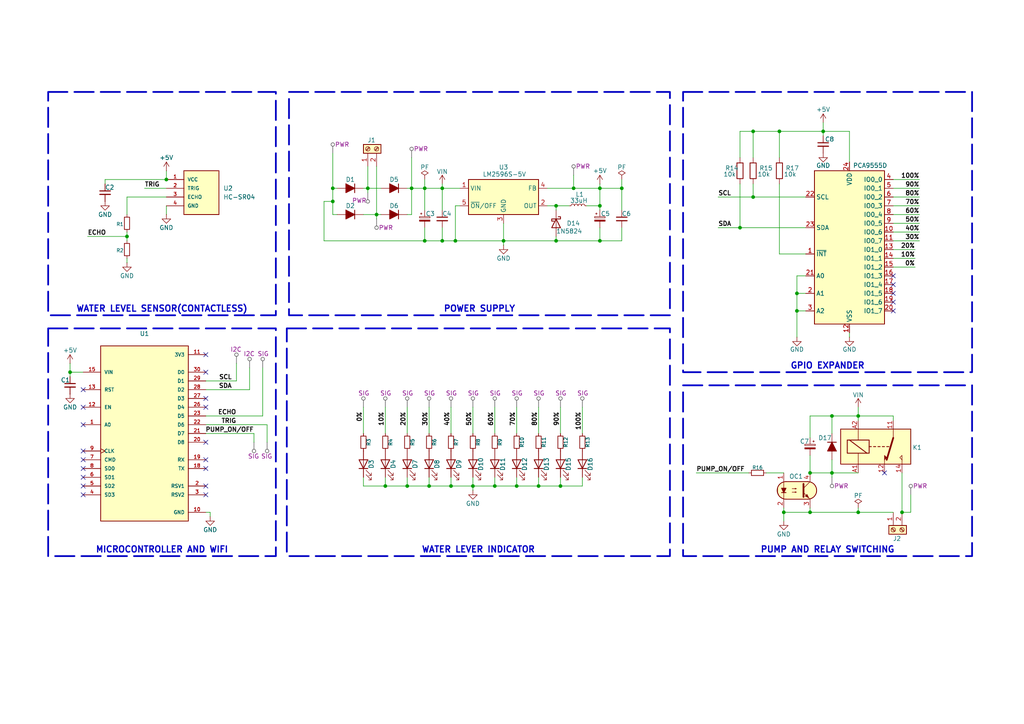
<source format=kicad_sch>
(kicad_sch (version 20250114) (generator "eeschema") (generator_version "9.0")
  (paper "A4")
  (lib_symbols
    (symbol "Device:C_Polarized_Small" (pin_numbers (hide yes)) (pin_names (offset 0.254) (hide yes))
      (property "Reference" "C" (at 0.254 1.778 0))
      (property "Value" "C_Polarized_Small" (at 0.254 -2.032 0))
      (symbol "C_Polarized_Small_1_1"
        (pin passive line (at 0 2.54 270) (length 1.8542) (name "~") (number "1"))
        (pin passive line (at 0 -2.54 90) (length 1.8542) (name "~") (number "2"))
      )
    )
    (symbol "Device:C_Small" (pin_numbers (hide yes)) (pin_names (offset 0.254) (hide yes))
      (property "Reference" "C" (at 0.254 1.778 0))
      (property "Value" "C_Small" (at 0.254 -2.032 0))
      (symbol "C_Small_1_1"
        (pin passive line (at 0 2.54 270) (length 2.032) (name "~") (number "1"))
        (pin passive line (at 0 -2.54 90) (length 2.032) (name "~") (number "2"))
      )
    )
    (symbol "Device:LED" (pin_numbers (hide yes)) (pin_names (offset 1.016) (hide yes))
      (property "Reference" "D" (at 0 2.54 0))
      (property "Value" "LED" (at 0 -2.54 0))
      (symbol "LED_1_1"
        (pin passive line (at -3.81 0 0) (length 2.54) (name "K") (number "1"))
        (pin passive line (at 3.81 0 180) (length 2.54) (name "A") (number "2"))
      )
    )
    (symbol "Device:L_Small" (pin_numbers (hide yes)) (pin_names (offset 0.254) (hide yes))
      (property "Reference" "L" (at 0.762 1.016 0))
      (property "Value" "L_Small" (at 0.762 -1.016 0))
      (symbol "L_Small_1_1"
        (pin passive line (at 0 2.54 270) (length 0.508) (name "~") (number "1"))
        (pin passive line (at 0 -2.54 90) (length 0.508) (name "~") (number "2"))
      )
    )
    (symbol "Device:R_Small" (pin_numbers (hide yes)) (pin_names (offset 0.254) (hide yes))
      (property "Reference" "R" (at 0 0 90))
      (property "Value" "R_Small" (at 1.778 0 90))
      (symbol "R_Small_1_1"
        (pin passive line (at 0 2.54 270) (length 0.762) (name "~") (number "1"))
        (pin passive line (at 0 -2.54 90) (length 0.762) (name "~") (number "2"))
      )
    )
    (symbol "Diode:1N5822" (pin_numbers (hide yes)) (pin_names (offset 1.016) (hide yes))
      (property "Reference" "D" (at 0 2.54 0))
      (property "Value" "1N5822" (at 0 -2.54 0))
      (symbol "1N5822_1_1"
        (pin passive line (at -3.81 0 0) (length 2.54) (name "K") (number "1"))
        (pin passive line (at 3.81 0 180) (length 2.54) (name "A") (number "2"))
      )
    )
    (symbol "HC-SR04:HC-SR04" (pin_names (offset 1.016))
      (property "Reference" "U" (at 0 5.0813 0))
      (property "Value" "HC-SR04" (at 0 -10.163 0))
      (symbol "HC-SR04_0_0"
        (pin power_in line (at -5.08 2.54 0) (length 5.08) (name "VCC") (number "1"))
        (pin bidirectional line (at -5.08 0 0) (length 5.08) (name "TRIG") (number "2"))
        (pin bidirectional line (at -5.08 -2.54 0) (length 5.08) (name "ECHO") (number "3"))
        (pin power_in line (at -5.08 -5.08 0) (length 5.08) (name "GND") (number "4"))
      )
    )
    (symbol "Interface_Expansion:PCA9555D"
      (property "Value" "PCA9555D" (at 1.016 24.384 0))
      (symbol "PCA9555D_1_1"
        (pin input line (at -12.7 15.24 0) (length 2.54) (name "SCL") (number "22"))
        (pin bidirectional line (at -12.7 6.35 0) (length 2.54) (name "SDA") (number "23"))
        (pin open_collector line (at -12.7 -1.27 0) (length 2.54) (name "~{INT}") (number "1"))
        (pin input line (at -12.7 -7.62 0) (length 2.54) (name "A0") (number "21"))
        (pin input line (at -12.7 -12.7 0) (length 2.54) (name "A1") (number "2"))
        (pin input line (at -12.7 -17.78 0) (length 2.54) (name "A2") (number "3"))
        (pin power_in line (at 0 25.4 270) (length 2.54) (name "VDD") (number "24"))
        (pin power_in line (at 0 -24.13 90) (length 2.54) (name "VSS") (number "12"))
        (pin bidirectional line (at 12.7 20.32 180) (length 2.54) (name "IO0_0") (number "4"))
        (pin bidirectional line (at 12.7 17.78 180) (length 2.54) (name "IO0_1") (number "5"))
        (pin bidirectional line (at 12.7 15.24 180) (length 2.54) (name "IO0_2") (number "6"))
        (pin bidirectional line (at 12.7 12.7 180) (length 2.54) (name "IO0_3") (number "7"))
        (pin bidirectional line (at 12.7 10.16 180) (length 2.54) (name "IO0_4") (number "8"))
        (pin bidirectional line (at 12.7 7.62 180) (length 2.54) (name "IO0_5") (number "9"))
        (pin bidirectional line (at 12.7 5.08 180) (length 2.54) (name "IO0_6") (number "10"))
        (pin bidirectional line (at 12.7 2.54 180) (length 2.54) (name "IO0_7") (number "11"))
        (pin bidirectional line (at 12.7 0 180) (length 2.54) (name "IO1_0") (number "13"))
        (pin bidirectional line (at 12.7 -2.54 180) (length 2.54) (name "IO1_1") (number "14"))
        (pin bidirectional line (at 12.7 -5.08 180) (length 2.54) (name "IO1_2") (number "15"))
        (pin bidirectional line (at 12.7 -7.62 180) (length 2.54) (name "IO1_3") (number "16"))
        (pin bidirectional line (at 12.7 -10.16 180) (length 2.54) (name "IO1_4") (number "17"))
        (pin bidirectional line (at 12.7 -12.7 180) (length 2.54) (name "IO1_5") (number "18"))
        (pin bidirectional line (at 12.7 -15.24 180) (length 2.54) (name "IO1_6") (number "19"))
        (pin bidirectional line (at 12.7 -17.78 180) (length 2.54) (name "IO1_7") (number "20"))
      )
    )
    (symbol "PCM_Diode_AKL:1N4007" (pin_numbers (hide yes)) (pin_names (offset 1.016) (hide yes))
      (property "Reference" "D" (at 0 5.08 0))
      (property "Value" "1N4007" (at 0 2.54 0))
      (symbol "1N4007_1_1"
        (pin passive line (at -3.81 0 0) (length 2.54) (name "A") (number "2"))
        (pin passive line (at 3.81 0 180) (length 2.54) (name "K") (number "1"))
      )
      (symbol "1N4007_1_2"
        (pin passive line (at -2.54 -2.54 0) (length 0) (name "A") (number "2"))
        (pin passive line (at 2.54 2.54 180) (length 0) (name "K") (number "1"))
      )
    )
    (symbol "PCM_Optocoupler_AKL:PC817" (pin_names (offset 1.016))
      (property "Reference" "OC" (at 6.35 1.27 0))
      (property "Value" "PC817" (at 6.35 -1.27 0))
      (symbol "PC817_1_1"
        (pin passive line (at -3.81 5.08 270) (length 2.54) (name "~") (number "1"))
        (pin passive line (at -3.81 -5.08 90) (length 2.54) (name "~") (number "2"))
        (pin passive line (at 3.81 5.08 270) (length 2.54) (name "~") (number "4"))
        (pin passive line (at 3.81 -5.08 90) (length 2.54) (name "~") (number "3"))
      )
    )
    (symbol "PCM_SL_Resistors:10k"
      (property "Reference" "R" (at 0 5.08 0))
      (property "Value" "10k" (at 0 2.54 0))
      (symbol "10k_1_1"
        (pin passive line (at -3.81 0 0) (length 1.5) (name "") (number "1"))
        (pin passive line (at 3.81 0 180) (length 1.5) (name "~") (number "2"))
      )
    )
    (symbol "PCM_SparkFun-Connector:ScrewTerminal_1x02_P3.5mm_Horizontal_Black" (pin_names (offset 1.016) (hide yes))
      (property "Reference" "J" (at 0 3.81 0))
      (property "Value" "3.5mm" (at 0 -3.81 0))
      (symbol "ScrewTerminal_1x02_P3.5mm_Horizontal_Black_1_1"
        (pin passive line (at -5.08 1.27 0) (length 3.81) (name "Pin_1") (number "1"))
        (pin passive line (at -5.08 -1.27 0) (length 3.81) (name "Pin_2") (number "2"))
      )
    )
    (symbol "PCM_SparkFun-PowerSymbol:VIN" (power) (pin_names (offset 0))
      (property "Value" "VIN" (at 0 3.81 0))
      (symbol "VIN_1_1"
        (pin power_in line (at 0 0 90) (length 0) (hide yes) (name "VIN") (number "1"))
      )
    )
    (symbol "Regulator_Switching:LM2596S-5"
      (property "Reference" "U" (at -10.16 6.35 0))
      (property "Value" "LM2596S-5" (at 0 6.35 0))
      (symbol "LM2596S-5_1_1"
        (pin power_in line (at -12.7 2.54 0) (length 2.54) (name "VIN") (number "1"))
        (pin input line (at -12.7 -2.54 0) (length 2.54) (name "~{ON}/OFF") (number "5"))
        (pin power_in line (at 0 -7.62 90) (length 2.54) (name "GND") (number "3"))
        (pin input line (at 12.7 2.54 180) (length 2.54) (name "FB") (number "4"))
        (pin output line (at 12.7 -2.54 180) (length 2.54) (name "OUT") (number "2"))
      )
    )
    (symbol "Relay:FINDER-36.11"
      (property "Reference" "K" (at 11.43 3.81 0))
      (property "Value" "FINDER-36.11" (at 11.43 1.27 0))
      (symbol "FINDER-36.11_1_1"
        (pin passive line (at -5.08 7.62 270) (length 2.54) (name "~") (number "A1"))
        (pin passive line (at -5.08 -7.62 90) (length 2.54) (name "~") (number "A2"))
        (pin passive line (at 2.54 7.62 270) (length 2.54) (name "~") (number "12"))
        (pin passive line (at 5.08 -7.62 90) (length 2.54) (name "~") (number "11"))
        (pin passive line (at 7.62 7.62 270) (length 2.54) (name "~") (number "14"))
      )
    )
    (symbol "SparkFun-Capacitor:0.1uF_0603_25V_20%" (pin_numbers (hide yes)) (pin_names (offset 0.254))
      (property "Reference" "C" (at 0.635 2.54 0))
      (property "Value" "0.1uF" (at 0.635 -2.54 0))
      (property "Voltage" "25V" (at 0 -6.35 0))
      (property "Tolerance" "20%" (at 0 -8.89 0))
      (symbol "0.1uF_0603_25V_20%_1_1"
        (pin passive line (at 0 2.54 270) (length 2.032) (name "~") (number "1"))
        (pin passive line (at 0 -2.54 90) (length 2.032) (name "~") (number "2"))
      )
    )
    (symbol "nodemcu:ZC563900" (pin_names (offset 1.016))
      (property "Reference" "U" (at -12.7 26.035 0))
      (property "Value" "ZC563900" (at -12.7 -27.94 0))
      (symbol "ZC563900_0_0"
        (pin input line (at -17.78 17.78 0) (length 5.08) (name "VIN") (number "15"))
        (pin input line (at -17.78 12.7 0) (length 5.08) (name "RST") (number "13"))
        (pin input line (at -17.78 7.62 0) (length 5.08) (name "EN") (number "12"))
        (pin input line (at -17.78 2.54 0) (length 5.08) (name "A0") (number "1"))
        (pin input clock (at -17.78 -5.08 0) (length 5.08) (name "CLK") (number "9"))
        (pin input line (at -17.78 -7.62 0) (length 5.08) (name "CMD") (number "7"))
        (pin bidirectional line (at -17.78 -10.16 0) (length 5.08) (name "SD0") (number "8"))
        (pin bidirectional line (at -17.78 -12.7 0) (length 5.08) (name "SD1") (number "6"))
        (pin bidirectional line (at -17.78 -15.24 0) (length 5.08) (name "SD2") (number "5"))
        (pin bidirectional line (at -17.78 -17.78 0) (length 5.08) (name "SD3") (number "4"))
        (pin power_in line (at 17.78 22.86 180) (length 5.08) (name "3V3") (number "11"))
        (pin power_in line (at 17.78 22.86 180) (length 5.08) (hide yes) (name "3V3") (number "16"))
        (pin power_in line (at 17.78 22.86 180) (length 5.08) (hide yes) (name "3V3") (number "25"))
        (pin bidirectional line (at 17.78 17.78 180) (length 5.08) (name "D0") (number "30"))
        (pin bidirectional line (at 17.78 15.24 180) (length 5.08) (name "D1") (number "29"))
        (pin bidirectional line (at 17.78 12.7 180) (length 5.08) (name "D2") (number "28"))
        (pin bidirectional line (at 17.78 10.16 180) (length 5.08) (name "D3") (number "27"))
        (pin bidirectional line (at 17.78 7.62 180) (length 5.08) (name "D4") (number "26"))
        (pin bidirectional line (at 17.78 5.08 180) (length 5.08) (name "D5") (number "23"))
        (pin bidirectional line (at 17.78 2.54 180) (length 5.08) (name "D6") (number "22"))
        (pin bidirectional line (at 17.78 0 180) (length 5.08) (name "D7") (number "21"))
        (pin bidirectional line (at 17.78 -2.54 180) (length 5.08) (name "D8") (number "20"))
        (pin bidirectional line (at 17.78 -7.62 180) (length 5.08) (name "RX") (number "19"))
        (pin bidirectional line (at 17.78 -10.16 180) (length 5.08) (name "TX") (number "18"))
        (pin passive line (at 17.78 -15.24 180) (length 5.08) (name "RSV1") (number "2"))
        (pin passive line (at 17.78 -17.78 180) (length 5.08) (name "RSV2") (number "3"))
        (pin power_in line (at 17.78 -22.86 180) (length 5.08) (name "GND") (number "10"))
        (pin power_in line (at 17.78 -22.86 180) (length 5.08) (hide yes) (name "GND") (number "14"))
        (pin power_in line (at 17.78 -22.86 180) (length 5.08) (hide yes) (name "GND") (number "17"))
        (pin power_in line (at 17.78 -22.86 180) (length 5.08) (hide yes) (name "GND") (number "24"))
      )
    )
    (symbol "power:+5V" (power) (pin_numbers (hide yes)) (pin_names (offset 0) (hide yes))
      (property "Value" "+5V" (at 0 3.556 0))
      (symbol "+5V_1_1"
        (pin power_in line (at 0 0 90) (length 0) (name "~") (number "1"))
      )
    )
    (symbol "power:GND" (power) (pin_numbers (hide yes)) (pin_names (offset 0) (hide yes))
      (property "Value" "GND" (at 0 -3.81 0))
      (symbol "GND_1_1"
        (pin power_in line (at 0 0 270) (length 0) (name "~") (number "1"))
      )
    )
    (symbol "power:PWR_FLAG" (power) (pin_numbers (hide yes)) (pin_names (offset 0) (hide yes))
      (property "Value" "PWR_FLAG" (at 0 3.81 0))
      (symbol "PWR_FLAG_0_0"
        (pin power_out line (at 0 0 90) (length 0) (name "~") (number "1"))
      )
    )
  )
  (text_box "PUMP AND RELAY SWITCHING" (at 198.12 111.76 0) (size 83.82 49.53) (margins 0.9525 0.9525 0.9525 0.9525) (stroke (width 0.508) (type dash)) (effects (font (size 1.778 1.778) (thickness 0.3556) (bold yes)) (justify bottom)))
  (text_box "MICROCONTROLLER AND WIFI" (at 13.97 95.25 0) (size 66.04 66.04) (margins 0.9525 0.9525 0.9525 0.9525) (stroke (width 0.508) (type dash)) (effects (font (size 1.778 1.778) (thickness 0.3556) (bold yes)) (justify bottom)))
  (text_box "GPIO EXPANDER" (at 198.12 26.67 0) (size 83.82 81.28) (margins 0.9525 0.9525 0.9525 0.9525) (stroke (width 0.508) (type dash)) (effects (font (size 1.778 1.778) (thickness 0.3556) (bold yes)) (justify bottom)))
  (text_box "POWER SUPPLY" (at 83.82 26.67 0) (size 110.49 64.77) (margins 0.9525 0.9525 0.9525 0.9525) (stroke (width 0.508) (type dash)) (effects (font (size 1.778 1.778) (thickness 0.3556) (bold yes)) (justify bottom)))
  (text_box "WATER LEVER INDICATOR" (at 83.185 95.25 0) (size 111.125 66.04) (margins 0.9525 0.9525 0.9525 0.9525) (stroke (width 0.508) (type dash)) (effects (font (size 1.778 1.778) (thickness 0.3556) (bold yes)) (justify bottom)))
  (text_box "WATER LEVEL SENSOR(CONTACTLESS)" (at 13.97 26.67 0) (size 66.04 64.77) (margins 0.9525 0.9525 0.9525 0.9525) (stroke (width 0.508) (type dash)) (effects (font (size 1.778 1.778) (thickness 0.3556) (bold yes)) (justify bottom)))
  (junction (at 180.34 54.61))
  (junction (at 96.52 58.42))
  (junction (at 162.56 140.97))
  (junction (at 149.86 140.97))
  (junction (at 241.3 120.65))
  (junction (at 241.3 137.16))
  (junction (at 226.06 38.1))
  (junction (at 128.27 54.61))
  (junction (at 218.44 57.15))
  (junction (at 146.05 69.85))
  (junction (at 238.76 38.1))
  (junction (at 128.27 69.85))
  (junction (at 48.26 52.07))
  (junction (at 106.68 54.61))
  (junction (at 119.38 54.61))
  (junction (at 214.63 66.04))
  (junction (at 124.46 140.97))
  (junction (at 166.37 54.61))
  (junction (at 248.92 120.65))
  (junction (at 118.11 140.97))
  (junction (at 123.19 54.61))
  (junction (at 109.22 62.23))
  (junction (at 96.52 54.61))
  (junction (at 137.16 140.97))
  (junction (at 227.33 148.59))
  (junction (at 130.81 140.97))
  (junction (at 20.32 107.95))
  (junction (at 143.51 140.97))
  (junction (at 161.29 69.85))
  (junction (at 173.99 69.85))
  (junction (at 156.21 140.97))
  (junction (at 132.08 69.85))
  (junction (at 248.92 148.59))
  (junction (at 173.99 54.61))
  (junction (at 218.44 38.1))
  (junction (at 261.62 148.59))
  (junction (at 234.95 148.59))
  (junction (at 231.14 85.09))
  (junction (at 161.29 59.69))
  (junction (at 123.19 69.85))
  (junction (at 173.99 59.69))
  (junction (at 111.76 140.97))
  (junction (at 36.83 68.58))
  (junction (at 231.14 90.17))
  (junction (at 234.95 137.16))
  (no_connect (at 24.13 135.89))
  (no_connect (at 59.69 107.95))
  (no_connect (at 24.13 113.03))
  (no_connect (at 59.69 135.89))
  (no_connect (at 24.13 143.51))
  (no_connect (at 259.08 87.63))
  (no_connect (at 59.69 118.11))
  (no_connect (at 24.13 140.97))
  (no_connect (at 24.13 123.19))
  (no_connect (at 259.08 90.17))
  (no_connect (at 24.13 130.81))
  (no_connect (at 256.54 137.16))
  (no_connect (at 59.69 128.27))
  (no_connect (at 259.08 82.55))
  (no_connect (at 59.69 115.57))
  (no_connect (at 59.69 143.51))
  (no_connect (at 24.13 138.43))
  (no_connect (at 59.69 140.97))
  (no_connect (at 259.08 85.09))
  (no_connect (at 24.13 118.11))
  (no_connect (at 259.08 80.01))
  (no_connect (at 59.69 102.87))
  (no_connect (at 24.13 133.35))
  (no_connect (at 59.69 133.35))
  (wire (pts (xy 128.27 69.85) (xy 123.19 69.85)))
  (wire (pts (xy 208.28 57.15) (xy 218.44 57.15)))
  (wire (pts (xy 248.92 118.11) (xy 248.92 120.65)))
  (wire (pts (xy 143.51 140.97) (xy 143.51 138.43)))
  (wire (pts (xy 227.33 148.59) (xy 227.33 151.13)))
  (wire (pts (xy 238.76 38.1) (xy 238.76 39.37)))
  (wire (pts (xy 106.68 48.26) (xy 106.68 54.61)))
  (wire (pts (xy 119.38 62.23) (xy 118.11 62.23)))
  (wire (pts (xy 137.16 138.43) (xy 137.16 140.97)))
  (wire (pts (xy 118.11 118.11) (xy 118.11 125.73)))
  (wire (pts (xy 111.76 118.11) (xy 111.76 125.73)))
  (wire (pts (xy 48.26 59.69) (xy 48.26 62.23)))
  (wire (pts (xy 264.16 148.59) (xy 261.62 148.59)))
  (wire (pts (xy 124.46 138.43) (xy 124.46 140.97)))
  (wire (pts (xy 259.08 62.23) (xy 266.7 62.23)))
  (wire (pts (xy 248.92 148.59) (xy 259.08 148.59)))
  (wire (pts (xy 109.22 48.26) (xy 109.22 62.23)))
  (wire (pts (xy 93.98 69.85) (xy 123.19 69.85)))
  (wire (pts (xy 106.68 54.61) (xy 106.68 55.88)))
  (wire (pts (xy 166.37 54.61) (xy 173.99 54.61)))
  (wire (pts (xy 173.99 53.34) (xy 173.99 54.61)))
  (wire (pts (xy 36.83 67.31) (xy 36.83 68.58)))
  (wire (pts (xy 128.27 53.34) (xy 128.27 54.61)))
  (wire (pts (xy 72.39 106.68) (xy 72.39 113.03)))
  (wire (pts (xy 218.44 38.1) (xy 218.44 45.72)))
  (wire (pts (xy 96.52 58.42) (xy 96.52 62.23)))
  (wire (pts (xy 173.99 54.61) (xy 173.99 59.69)))
  (wire (pts (xy 168.91 118.11) (xy 168.91 125.73)))
  (wire (pts (xy 30.48 53.34) (xy 30.48 52.07)))
  (wire (pts (xy 241.3 125.73) (xy 241.3 120.65)))
  (wire (pts (xy 119.38 45.72) (xy 119.38 54.61)))
  (wire (pts (xy 231.14 90.17) (xy 233.68 90.17)))
  (wire (pts (xy 158.75 59.69) (xy 161.29 59.69)))
  (wire (pts (xy 218.44 38.1) (xy 226.06 38.1)))
  (wire (pts (xy 20.32 105.41) (xy 20.32 107.95)))
  (wire (pts (xy 259.08 121.92) (xy 259.08 120.65)))
  (wire (pts (xy 105.41 140.97) (xy 111.76 140.97)))
  (wire (pts (xy 96.52 62.23) (xy 97.79 62.23)))
  (wire (pts (xy 234.95 137.16) (xy 241.3 137.16)))
  (wire (pts (xy 168.91 140.97) (xy 162.56 140.97)))
  (wire (pts (xy 132.08 69.85) (xy 128.27 69.85)))
  (wire (pts (xy 264.16 143.51) (xy 264.16 148.59)))
  (wire (pts (xy 227.33 137.16) (xy 222.25 137.16)))
  (wire (pts (xy 124.46 118.11) (xy 124.46 125.73)))
  (wire (pts (xy 130.81 140.97) (xy 124.46 140.97)))
  (wire (pts (xy 146.05 69.85) (xy 161.29 69.85)))
  (wire (pts (xy 123.19 52.07) (xy 123.19 54.61)))
  (wire (pts (xy 241.3 137.16) (xy 248.92 137.16)))
  (wire (pts (xy 217.17 137.16) (xy 201.93 137.16)))
  (wire (pts (xy 105.41 118.11) (xy 105.41 125.73)))
  (wire (pts (xy 123.19 54.61) (xy 128.27 54.61)))
  (wire (pts (xy 161.29 69.85) (xy 161.29 68.58)))
  (wire (pts (xy 146.05 69.85) (xy 146.05 71.12)))
  (wire (pts (xy 162.56 138.43) (xy 162.56 140.97)))
  (wire (pts (xy 105.41 140.97) (xy 105.41 138.43)))
  (wire (pts (xy 166.37 50.8) (xy 166.37 54.61)))
  (wire (pts (xy 173.99 66.04) (xy 173.99 69.85)))
  (wire (pts (xy 156.21 118.11) (xy 156.21 125.73)))
  (wire (pts (xy 109.22 62.23) (xy 109.22 63.5)))
  (wire (pts (xy 241.3 133.35) (xy 241.3 137.16)))
  (wire (pts (xy 180.34 69.85) (xy 173.99 69.85)))
  (wire (pts (xy 132.08 59.69) (xy 132.08 69.85)))
  (wire (pts (xy 59.69 110.49) (xy 68.58 110.49)))
  (wire (pts (xy 137.16 140.97) (xy 137.16 142.24)))
  (wire (pts (xy 173.99 59.69) (xy 173.99 60.96)))
  (wire (pts (xy 59.69 120.65) (xy 76.2 120.65)))
  (wire (pts (xy 231.14 80.01) (xy 231.14 85.09)))
  (wire (pts (xy 119.38 54.61) (xy 119.38 62.23)))
  (wire (pts (xy 161.29 59.69) (xy 165.1 59.69)))
  (wire (pts (xy 259.08 72.39) (xy 265.43 72.39)))
  (wire (pts (xy 48.26 57.15) (xy 36.83 57.15)))
  (wire (pts (xy 259.08 120.65) (xy 248.92 120.65)))
  (wire (pts (xy 106.68 54.61) (xy 110.49 54.61)))
  (wire (pts (xy 130.81 118.11) (xy 130.81 125.73)))
  (wire (pts (xy 241.3 137.16) (xy 241.3 138.43)))
  (wire (pts (xy 238.76 35.56) (xy 238.76 38.1)))
  (wire (pts (xy 123.19 54.61) (xy 123.19 60.96)))
  (wire (pts (xy 168.91 138.43) (xy 168.91 140.97)))
  (wire (pts (xy 123.19 66.04) (xy 123.19 69.85)))
  (wire (pts (xy 241.3 120.65) (xy 248.92 120.65)))
  (wire (pts (xy 158.75 54.61) (xy 166.37 54.61)))
  (wire (pts (xy 261.62 137.16) (xy 261.62 148.59)))
  (wire (pts (xy 156.21 138.43) (xy 156.21 140.97)))
  (wire (pts (xy 259.08 77.47) (xy 265.43 77.47)))
  (wire (pts (xy 143.51 118.11) (xy 143.51 125.73)))
  (wire (pts (xy 161.29 69.85) (xy 173.99 69.85)))
  (wire (pts (xy 59.69 113.03) (xy 72.39 113.03)))
  (wire (pts (xy 109.22 62.23) (xy 110.49 62.23)))
  (wire (pts (xy 227.33 148.59) (xy 234.95 148.59)))
  (wire (pts (xy 180.34 52.07) (xy 180.34 54.61)))
  (wire (pts (xy 149.86 138.43) (xy 149.86 140.97)))
  (wire (pts (xy 118.11 138.43) (xy 118.11 140.97)))
  (wire (pts (xy 20.32 107.95) (xy 24.13 107.95)))
  (wire (pts (xy 41.91 54.61) (xy 48.26 54.61)))
  (wire (pts (xy 96.52 44.45) (xy 96.52 54.61)))
  (wire (pts (xy 162.56 118.11) (xy 162.56 125.73)))
  (wire (pts (xy 130.81 138.43) (xy 130.81 140.97)))
  (wire (pts (xy 68.58 105.41) (xy 68.58 110.49)))
  (wire (pts (xy 73.66 125.73) (xy 73.66 128.27)))
  (wire (pts (xy 214.63 53.34) (xy 214.63 66.04)))
  (wire (pts (xy 111.76 140.97) (xy 111.76 138.43)))
  (wire (pts (xy 146.05 64.77) (xy 146.05 69.85)))
  (wire (pts (xy 48.26 49.53) (xy 48.26 52.07)))
  (wire (pts (xy 259.08 67.31) (xy 266.7 67.31)))
  (wire (pts (xy 149.86 140.97) (xy 143.51 140.97)))
  (wire (pts (xy 234.95 127) (xy 234.95 120.65)))
  (wire (pts (xy 234.95 120.65) (xy 241.3 120.65)))
  (wire (pts (xy 234.95 132.08) (xy 234.95 137.16)))
  (wire (pts (xy 170.18 59.69) (xy 173.99 59.69)))
  (wire (pts (xy 208.28 66.04) (xy 214.63 66.04)))
  (wire (pts (xy 259.08 57.15) (xy 266.7 57.15)))
  (wire (pts (xy 259.08 52.07) (xy 266.7 52.07)))
  (wire (pts (xy 259.08 59.69) (xy 266.7 59.69)))
  (wire (pts (xy 132.08 59.69) (xy 133.35 59.69)))
  (wire (pts (xy 248.92 148.59) (xy 234.95 148.59)))
  (wire (pts (xy 231.14 85.09) (xy 233.68 85.09)))
  (wire (pts (xy 259.08 74.93) (xy 265.43 74.93)))
  (wire (pts (xy 226.06 73.66) (xy 233.68 73.66)))
  (wire (pts (xy 259.08 54.61) (xy 266.7 54.61)))
  (wire (pts (xy 246.38 96.52) (xy 246.38 97.79)))
  (wire (pts (xy 218.44 53.34) (xy 218.44 57.15)))
  (wire (pts (xy 248.92 120.65) (xy 248.92 121.92)))
  (wire (pts (xy 214.63 66.04) (xy 233.68 66.04)))
  (wire (pts (xy 162.56 140.97) (xy 156.21 140.97)))
  (wire (pts (xy 60.96 149.86) (xy 60.96 148.59)))
  (wire (pts (xy 238.76 38.1) (xy 246.38 38.1)))
  (wire (pts (xy 96.52 58.42) (xy 93.98 58.42)))
  (wire (pts (xy 118.11 140.97) (xy 111.76 140.97)))
  (wire (pts (xy 93.98 58.42) (xy 93.98 69.85)))
  (wire (pts (xy 180.34 66.04) (xy 180.34 69.85)))
  (wire (pts (xy 76.2 106.68) (xy 76.2 120.65)))
  (wire (pts (xy 149.86 118.11) (xy 149.86 125.73)))
  (wire (pts (xy 137.16 118.11) (xy 137.16 125.73)))
  (wire (pts (xy 25.4 68.58) (xy 36.83 68.58)))
  (wire (pts (xy 137.16 140.97) (xy 130.81 140.97)))
  (wire (pts (xy 119.38 54.61) (xy 123.19 54.61)))
  (wire (pts (xy 128.27 54.61) (xy 133.35 54.61)))
  (wire (pts (xy 259.08 69.85) (xy 266.7 69.85)))
  (wire (pts (xy 105.41 54.61) (xy 106.68 54.61)))
  (wire (pts (xy 60.96 148.59) (xy 59.69 148.59)))
  (wire (pts (xy 218.44 57.15) (xy 233.68 57.15)))
  (wire (pts (xy 227.33 147.32) (xy 227.33 148.59)))
  (wire (pts (xy 97.79 54.61) (xy 96.52 54.61)))
  (wire (pts (xy 231.14 90.17) (xy 231.14 97.79)))
  (wire (pts (xy 59.69 123.19) (xy 77.47 123.19)))
  (wire (pts (xy 234.95 147.32) (xy 234.95 148.59)))
  (wire (pts (xy 96.52 54.61) (xy 96.52 58.42)))
  (wire (pts (xy 180.34 60.96) (xy 180.34 54.61)))
  (wire (pts (xy 231.14 85.09) (xy 231.14 90.17)))
  (wire (pts (xy 118.11 54.61) (xy 119.38 54.61)))
  (wire (pts (xy 20.32 107.95) (xy 20.32 109.22)))
  (wire (pts (xy 77.47 123.19) (xy 77.47 128.27)))
  (wire (pts (xy 226.06 38.1) (xy 226.06 45.72)))
  (wire (pts (xy 214.63 38.1) (xy 214.63 45.72)))
  (wire (pts (xy 132.08 69.85) (xy 146.05 69.85)))
  (wire (pts (xy 180.34 54.61) (xy 173.99 54.61)))
  (wire (pts (xy 128.27 54.61) (xy 128.27 60.96)))
  (wire (pts (xy 30.48 52.07) (xy 48.26 52.07)))
  (wire (pts (xy 226.06 38.1) (xy 238.76 38.1)))
  (wire (pts (xy 59.69 125.73) (xy 73.66 125.73)))
  (wire (pts (xy 214.63 38.1) (xy 218.44 38.1)))
  (wire (pts (xy 36.83 68.58) (xy 36.83 69.85)))
  (wire (pts (xy 161.29 59.69) (xy 161.29 60.96)))
  (wire (pts (xy 246.38 38.1) (xy 246.38 46.99)))
  (wire (pts (xy 143.51 140.97) (xy 137.16 140.97)))
  (wire (pts (xy 231.14 80.01) (xy 233.68 80.01)))
  (wire (pts (xy 124.46 140.97) (xy 118.11 140.97)))
  (wire (pts (xy 36.83 74.93) (xy 36.83 76.2)))
  (wire (pts (xy 248.92 147.32) (xy 248.92 148.59)))
  (wire (pts (xy 156.21 140.97) (xy 149.86 140.97)))
  (wire (pts (xy 226.06 53.34) (xy 226.06 73.66)))
  (wire (pts (xy 259.08 64.77) (xy 266.7 64.77)))
  (wire (pts (xy 128.27 66.04) (xy 128.27 69.85)))
  (wire (pts (xy 105.41 62.23) (xy 109.22 62.23)))
  (wire (pts (xy 36.83 57.15) (xy 36.83 62.23)))
  (label "TRIG" (at 68.58 123.19 180) (effects (font (thickness 0.254) (bold yes))))
  (label "50%" (at 137.16 119.38 270) (effects (font (thickness 0.254) (bold yes))))
  (label "30%" (at 124.46 119.38 270) (effects (font (thickness 0.254) (bold yes))))
  (label "60%" (at 266.7 62.23 180) (effects (font (thickness 0.254) (bold yes))))
  (label "ECHO" (at 68.58 120.65 180) (effects (font (thickness 0.254) (bold yes))))
  (label "10%" (at 265.43 74.93 180) (effects (font (thickness 0.254) (bold yes))))
  (label "20%" (at 118.11 119.38 270) (effects (font (thickness 0.254) (bold yes))))
  (label "30%" (at 266.7 69.85 180) (effects (font (thickness 0.254) (bold yes))))
  (label "80%" (at 156.21 119.38 270) (effects (font (thickness 0.254) (bold yes))))
  (label "0%" (at 105.41 119.38 270) (effects (font (thickness 0.254) (bold yes))))
  (label "ECHO" (at 25.4 68.58 0) (effects (font (thickness 0.254) (bold yes))))
  (label "100%" (at 168.91 119.38 270) (effects (font (thickness 0.254) (bold yes))))
  (label "70%" (at 149.86 119.38 270) (effects (font (thickness 0.254) (bold yes))))
  (label "60%" (at 143.51 119.38 270) (effects (font (thickness 0.254) (bold yes))))
  (label "100%" (at 266.7 52.07 180) (effects (font (thickness 0.254) (bold yes))))
  (label "50%" (at 266.7 64.77 180) (effects (font (thickness 0.254) (bold yes))))
  (label "PUMP_ON{slash}OFF" (at 201.93 137.16 0) (effects (font (thickness 0.254) (bold yes))))
  (label "PUMP_ON{slash}OFF" (at 73.66 125.73 180) (effects (font (thickness 0.254) (bold yes))))
  (label "0%" (at 265.43 77.47 180) (effects (font (thickness 0.254) (bold yes))))
  (label "TRIG" (at 41.91 54.61 0) (effects (font (thickness 0.254) (bold yes))))
  (label "SDA" (at 208.28 66.04 0) (effects (font (thickness 0.254) (bold yes))))
  (label "90%" (at 266.7 54.61 180) (effects (font (thickness 0.254) (bold yes))))
  (label "SCL" (at 67.31 110.49 180) (effects (font (thickness 0.254) (bold yes))))
  (label "10%" (at 111.76 119.38 270) (effects (font (thickness 0.254) (bold yes))))
  (label "90%" (at 162.56 119.38 270) (effects (font (thickness 0.254) (bold yes))))
  (label "SCL" (at 208.28 57.15 0) (effects (font (thickness 0.254) (bold yes))))
  (label "SDA" (at 67.31 113.03 180) (effects (font (thickness 0.254) (bold yes))))
  (label "80%" (at 266.7 57.15 180) (effects (font (thickness 0.254) (bold yes))))
  (label "70%" (at 266.7 59.69 180) (effects (font (thickness 0.254) (bold yes))))
  (label "20%" (at 265.43 72.39 180) (effects (font (thickness 0.254) (bold yes))))
  (label "40%" (at 266.7 67.31 180) (effects (font (thickness 0.254) (bold yes))))
  (label "40%" (at 130.81 119.38 270) (effects (font (thickness 0.254) (bold yes))))
  (netclass_flag "" (length 2.54) (shape round) (at 111.76 118.11 0) (property "Netclass" "SIG" (at 110.236 114.046 0) (effects (justify left))))
  (netclass_flag "" (length 2.54) (shape round) (at 68.58 105.41 0) (property "Netclass" "I2C" (at 70.104 101.346 0) (effects (justify right))))
  (netclass_flag "" (length 2.54) (shape round) (at 166.37 50.8 0) (property "Netclass" "PWR" (at 166.9796 48.26 0) (effects (justify left))))
  (netclass_flag "" (length 2.54) (shape round) (at 264.16 143.51 0) (property "Netclass" "PWR" (at 264.7696 140.97 0) (effects (justify left))))
  (netclass_flag "" (length 2.54) (shape round) (at 168.91 118.11 0) (property "Netclass" "SIG" (at 167.386 114.046 0) (effects (justify left))))
  (netclass_flag "" (length 2.54) (shape round) (at 76.2 106.68 0) (property "Netclass" "SIG" (at 74.676 102.616 0) (effects (justify left))))
  (netclass_flag "" (length 2.54) (shape round) (at 162.56 118.11 0) (property "Netclass" "SIG" (at 161.036 114.046 0) (effects (justify left))))
  (netclass_flag "" (length 2.54) (shape round) (at 124.46 118.11 0) (property "Netclass" "SIG" (at 122.936 114.046 0) (effects (justify left))))
  (netclass_flag "" (length 2.54) (shape round) (at 241.3 138.43 180) (property "Netclass" "PWR" (at 241.9096 140.97 0) (effects (justify left))))
  (netclass_flag "" (length 2.54) (shape round) (at 77.47 128.27 180) (property "Netclass" "SIG" (at 78.994 132.334 0) (effects (justify right))))
  (netclass_flag "" (length 2.54) (shape round) (at 137.16 118.11 0) (property "Netclass" "SIG" (at 135.636 114.046 0) (effects (justify left))))
  (netclass_flag "" (length 2.54) (shape round) (at 72.39 106.68 0) (property "Netclass" "I2C" (at 73.914 102.616 0) (effects (justify right))))
  (netclass_flag "" (length 2.54) (shape round) (at 119.38 45.72 0) (property "Netclass" "PWR" (at 119.9896 43.18 0) (effects (justify left))))
  (netclass_flag "" (length 2.54) (shape round) (at 149.86 118.11 0) (property "Netclass" "SIG" (at 148.336 114.046 0) (effects (justify left))))
  (netclass_flag "" (length 2.54) (shape round) (at 130.81 118.11 0) (property "Netclass" "SIG" (at 129.286 114.046 0) (effects (justify left))))
  (netclass_flag "" (length 2.54) (shape round) (at 143.51 118.11 0) (property "Netclass" "SIG" (at 141.986 114.046 0) (effects (justify left))))
  (netclass_flag "" (length 2.54) (shape round) (at 109.22 63.5 180) (property "Netclass" "PWR" (at 109.8296 66.04 0) (effects (justify left))))
  (netclass_flag "" (length 2.54) (shape round) (at 118.11 118.11 0) (property "Netclass" "SIG" (at 116.586 114.046 0) (effects (justify left))))
  (netclass_flag "" (length 2.54) (shape round) (at 156.21 118.11 0) (property "Netclass" "SIG" (at 154.686 114.046 0) (effects (justify left))))
  (netclass_flag "" (length 2.54) (shape round) (at 105.41 118.11 0) (property "Netclass" "SIG" (at 103.886 114.046 0) (effects (justify left))))
  (netclass_flag "" (length 2.54) (shape round) (at 106.68 55.88 180) (property "Netclass" "PWR" (at 102.108 58.166 0) (effects (justify left))))
  (netclass_flag "" (length 2.54) (shape round) (at 96.52 44.45 0) (property "Netclass" "PWR" (at 97.1296 41.91 0) (effects (justify left))))
  (netclass_flag "" (length 2.54) (shape round) (at 73.66 128.27 180) (property "Netclass" "SIG" (at 75.184 132.334 0) (effects (justify right))))
  (symbol (lib_id "Device:C_Polarized_Small") (at 123.19 63.5 0) (unit 1)
    (property "Reference" "C3" (at 123.444 61.976 0) (effects (justify left)))
    (property "Value" "2200uF_25V" (effects (hide yes)))
    (property "Footprint" "Capacitor_THT:CP_Radial_D18.0mm_P7.50mm" (effects (hide yes)))
    (property "Description" "Polarized capacitor, small symbol" (effects (hide yes)))
  )
  (symbol (lib_id "Device:LED") (at 149.86 134.62 90) (unit 1)
    (property "Reference" "D12" (at 152.146 134.62 0))
    (property "Value" "LED_25%" (effects (hide yes)))
    (property "Footprint" "LED_THT:LED_D5.0mm" (effects (hide yes)))
    (property "Description" "Light emitting diode" (effects (hide yes)))
    (property "Sim.Pins" "1=K 2=A" (effects (hide yes)))
  )
  (symbol (lib_id "Interface_Expansion:PCA9555D") (at 246.38 72.39 0) (unit 1)
    (property "Reference" "U4" (effects (hide yes)))
    (property "Value" "PCA9555D" (at 247.396 48.006 0) (effects (justify left)))
    (property "Footprint" "Package_SO:SOIC-24W_7.5x15.4mm_P1.27mm" (effects (hide yes)))
    (property "Datasheet" "https://www.nxp.com/docs/en/data-sheet/PCA9555.pdf" (effects (hide yes)))
    (property "Description" "IO expander 16 GPIO, I2C 400kHz, Interrupt, 2.3 - 5.5V, SOIC-24" (effects (hide yes)))
  )
  (symbol (lib_id "Regulator_Switching:LM2596S-5") (at 146.05 57.15 0) (unit 1)
    (property "Reference" "U3" (at 146.05 48.514 0))
    (property "Value" "LM2596S-5V" (at 146.304 50.546 0))
    (property "Footprint" "Package_TO_SOT_SMD:TO-263-5_TabPin3" (effects (hide yes)))
    (property "Datasheet" "http://www.ti.com/lit/ds/symlink/lm2596.pdf" (effects (hide yes)))
    (property "Description" "5V 3A Step-Down Voltage Regulator, TO-263" (effects (hide yes)))
  )
  (symbol (lib_id "Device:C_Polarized_Small") (at 234.95 129.54 0) (mirror y) (unit 1)
    (property "Reference" "C7" (at 234.696 128.016 0) (effects (justify left)))
    (property "Value" "10uF_16V" (effects (hide yes)))
    (property "Footprint" "Capacitor_THT:CP_Radial_D5.0mm_P2.50mm" (effects (hide yes)))
    (property "Description" "Polarized capacitor, small symbol" (effects (hide yes)))
  )
  (symbol (lib_id "power:GND") (at 238.76 44.45 0) (unit 1)
    (property "Reference" "#PWR015" (effects (hide yes)))
    (property "Value" "GND" (at 238.76 48.006 0))
    (property "Description" "Power symbol creates a global label with name \"GND\" , ground" (effects (hide yes)))
  )
  (symbol (lib_id "PCM_SparkFun-Connector:ScrewTerminal_1x02_P3.5mm_Horizontal_Black") (at 260.35 153.67 90) (mirror x) (unit 1)
    (property "Reference" "J2" (at 261.366 156.21 90) (effects (justify left)))
    (property "Value" "PUMP" (effects (hide yes)))
    (property "Footprint" "PCM_SparkFun-Connector:ScrewTerminal_1x02_P3.5mm_Horizontal_Black" (effects (hide yes)))
    (property "Datasheet" "https://cdn.sparkfun.com/assets/8/5/e/4/d/ASS_4091_CO.pdf" (effects (hide yes)))
    (property "Description" "Screw terminal" (effects (hide yes)))
    (property "PROD_ID" "CONN-08399" (effects (hide yes)))
  )
  (symbol (lib_id "power:GND") (at 20.32 114.3 0) (mirror y) (unit 1)
    (property "Reference" "#PWR02" (effects (hide yes)))
    (property "Value" "GND" (at 20.32 118.11 0))
    (property "Description" "Power symbol creates a global label with name \"GND\" , ground" (effects (hide yes)))
  )
  (symbol (lib_id "Device:LED") (at 168.91 134.62 90) (unit 1)
    (property "Reference" "D16" (at 171.196 134.62 0))
    (property "Value" "LED_100%" (effects (hide yes)))
    (property "Footprint" "LED_THT:LED_D5.0mm" (effects (hide yes)))
    (property "Description" "Light emitting diode" (effects (hide yes)))
    (property "Sim.Pins" "1=K 2=A" (effects (hide yes)))
  )
  (symbol (lib_id "power:GND") (at 246.38 97.79 0) (unit 1)
    (property "Reference" "#PWR016" (effects (hide yes)))
    (property "Value" "GND" (at 246.38 101.346 0))
    (property "Description" "Power symbol creates a global label with name \"GND\" , ground" (effects (hide yes)))
  )
  (symbol (lib_id "PCM_SL_Resistors:10k") (at 218.44 49.53 90) (unit 1)
    (property "Reference" "R15" (at 220.218 48.768 90) (effects (justify right)))
    (property "Value" "10k" (at 219.71 50.546 90) (effects (justify right)))
    (property "Footprint" "Resistor_THT:R_Axial_DIN0207_L6.3mm_D2.5mm_P7.62mm_Horizontal" (effects (hide yes)))
    (property "Description" "10kΩ, 1/4W Resistor" (effects (hide yes)))
  )
  (symbol (lib_id "Diode:1N5822") (at 161.29 64.77 270) (unit 1)
    (property "Reference" "D14" (at 164.338 64.77 90) (effects (justify left)))
    (property "Value" "1N5824" (at 161.29 67.056 90) (effects (justify left)))
    (property "Footprint" "Diode_SMD:D_2010_5025Metric" (effects (hide yes)))
    (property "Datasheet" "http://www.vishay.com/docs/88526/1n5820.pdf" (effects (hide yes)))
    (property "Description" "40V 3A Schottky Barrier Rectifier Diode, DO-201AD" (effects (hide yes)))
  )
  (symbol (lib_id "Device:R_Small") (at 149.86 128.27 0) (unit 1)
    (property "Reference" "R10" (at 151.384 128.27 90) (effects (font (size 1.016 1.016))))
    (property "Value" "220" (effects (hide yes)))
    (property "Footprint" "Resistor_THT:R_Axial_DIN0207_L6.3mm_D2.5mm_P7.62mm_Horizontal" (effects (hide yes)))
    (property "Description" "Resistor, small symbol" (effects (hide yes)))
  )
  (symbol (lib_id "power:GND") (at 48.26 62.23 0) (unit 1)
    (property "Reference" "#PWR06" (effects (hide yes)))
    (property "Value" "GND" (at 48.26 66.04 0))
    (property "Description" "Power symbol creates a global label with name \"GND\" , ground" (effects (hide yes)))
  )
  (symbol (lib_id "power:GND") (at 30.48 58.42 0) (unit 1)
    (property "Reference" "#PWR03" (effects (hide yes)))
    (property "Value" "GND" (at 30.48 62.23 0))
    (property "Description" "Power symbol creates a global label with name \"GND\" , ground" (effects (hide yes)))
  )
  (symbol (lib_id "Device:LED") (at 130.81 134.62 90) (unit 1)
    (property "Reference" "D9" (at 133.096 134.62 0))
    (property "Value" "LED_75%" (effects (hide yes)))
    (property "Footprint" "LED_THT:LED_D5.0mm" (effects (hide yes)))
    (property "Description" "Light emitting diode" (effects (hide yes)))
    (property "Sim.Pins" "1=K 2=A" (effects (hide yes)))
  )
  (symbol (lib_id "Device:C_Small") (at 20.32 111.76 0) (mirror y) (unit 1)
    (property "Reference" "C1" (at 20.32 110.236 0) (effects (justify left)))
    (property "Value" "100nF" (effects (hide yes)))
    (property "Footprint" "Capacitor_THT:C_Disc_D5.1mm_W3.2mm_P5.00mm" (effects (hide yes)))
    (property "Description" "Unpolarized capacitor, small symbol" (effects (hide yes)))
  )
  (symbol (lib_id "SparkFun-Capacitor:0.1uF_0603_25V_20%") (at 238.76 41.91 0) (unit 1)
    (property "Reference" "C8" (at 239.268 40.386 0) (effects (justify left)))
    (property "Value" "100nF" (effects (hide yes)))
    (property "Footprint" "Capacitor_THT:C_Disc_D5.1mm_W3.2mm_P5.00mm" (effects (hide yes)))
    (property "Datasheet" "https://cdn.sparkfun.com/assets/8/a/4/a/5/Kemet_Capacitor_Datasheet.pdf" (effects (hide yes)))
    (property "Description" "Unpolarized capacitor" (effects (hide yes)))
    (property "PROD_ID" "CAP-00810" (effects (hide yes)))
    (property "Voltage" "25V" (effects (hide yes)))
    (property "Tolerance" "20%" (effects (hide yes)))
  )
  (symbol (lib_id "power:PWR_FLAG") (at 248.92 147.32 0) (unit 1)
    (property "Reference" "#FLG03" (effects (hide yes)))
    (property "Value" "PF" (at 248.92 143.764 0))
    (property "Description" "Special symbol for telling ERC where power comes from" (effects (hide yes)))
  )
  (symbol (lib_id "Device:C_Polarized_Small") (at 173.99 63.5 0) (unit 1)
    (property "Reference" "C5" (at 174.244 61.976 0) (effects (justify left)))
    (property "Value" "220uF_16V" (effects (hide yes)))
    (property "Footprint" "Capacitor_THT:CP_Radial_D8.0mm_P3.80mm" (effects (hide yes)))
    (property "Description" "Polarized capacitor, small symbol" (effects (hide yes)))
  )
  (symbol (lib_id "PCM_Diode_AKL:1N4007") (at 114.3 62.23 0) (unit 1)
    (property "Reference" "D6" (at 114.3 59.69 0))
    (property "Value" "1N4007" (effects (hide yes)))
    (property "Footprint" "Diode_THT:D_A-405_P10.16mm_Horizontal" (effects (hide yes)))
    (property "Datasheet" "https://www.tme.eu/Document/5f8ffc5ac30fc86bac97d66040bf5502/1n400x.pdf" (effects (hide yes)))
    (property "Description" "DO-41 Diode, Rectifier, 1000V, 1A, Alternate KiCad Library" (effects (hide yes)))
  )
  (symbol (lib_id "Device:R_Small") (at 124.46 128.27 0) (unit 1)
    (property "Reference" "R6" (at 125.984 128.27 90) (effects (font (size 1.016 1.016))))
    (property "Value" "220" (effects (hide yes)))
    (property "Footprint" "Resistor_THT:R_Axial_DIN0207_L6.3mm_D2.5mm_P7.62mm_Horizontal" (effects (hide yes)))
    (property "Description" "Resistor, small symbol" (effects (hide yes)))
  )
  (symbol (lib_id "Device:L_Small") (at 167.64 59.69 90) (unit 1)
    (property "Reference" "L1" (at 168.148 56.388 90))
    (property "Value" "33uH" (at 167.894 58.166 90))
    (property "Footprint" "Inductor_SMD:L_12x12mm_H4.5mm" (effects (hide yes)))
    (property "Description" "Inductor, small symbol" (effects (hide yes)))
  )
  (symbol (lib_id "PCM_SparkFun-Connector:ScrewTerminal_1x02_P3.5mm_Horizontal_Black") (at 107.95 43.18 90) (unit 1)
    (property "Reference" "J1" (at 108.966 40.64 90) (effects (justify left)))
    (property "Value" "12VAC_IN" (effects (hide yes)))
    (property "Footprint" "PCM_SparkFun-Connector:ScrewTerminal_1x02_P3.5mm_Horizontal_Black" (effects (hide yes)))
    (property "Datasheet" "https://cdn.sparkfun.com/assets/8/5/e/4/d/ASS_4091_CO.pdf" (effects (hide yes)))
    (property "Description" "Screw terminal" (effects (hide yes)))
    (property "PROD_ID" "CONN-08399" (effects (hide yes)))
  )
  (symbol (lib_id "power:+5V") (at 173.99 53.34 0) (unit 1)
    (property "Reference" "#PWR011" (effects (hide yes)))
    (property "Value" "+5V" (at 173.99 49.53 0))
    (property "Description" "Power symbol creates a global label with name \"+5V\"" (effects (hide yes)))
  )
  (symbol (lib_id "power:GND") (at 36.83 76.2 0) (unit 1)
    (property "Reference" "#PWR04" (effects (hide yes)))
    (property "Value" "GND" (at 36.83 80.01 0))
    (property "Description" "Power symbol creates a global label with name \"GND\" , ground" (effects (hide yes)))
  )
  (symbol (lib_id "power:+5V") (at 20.32 105.41 0) (mirror y) (unit 1)
    (property "Reference" "#PWR01" (effects (hide yes)))
    (property "Value" "+5V" (at 20.32 101.6 0))
    (property "Description" "Power symbol creates a global label with name \"+5V\"" (effects (hide yes)))
  )
  (symbol (lib_id "power:GND") (at 231.14 97.79 0) (unit 1)
    (property "Reference" "#PWR013" (effects (hide yes)))
    (property "Value" "GND" (at 231.14 101.346 0))
    (property "Description" "Power symbol creates a global label with name \"GND\" , ground" (effects (hide yes)))
  )
  (symbol (lib_id "Device:LED") (at 118.11 134.62 90) (unit 1)
    (property "Reference" "D7" (at 120.396 134.62 0))
    (property "Value" "LED_25%" (effects (hide yes)))
    (property "Footprint" "LED_THT:LED_D5.0mm" (effects (hide yes)))
    (property "Description" "Light emitting diode" (effects (hide yes)))
    (property "Sim.Pins" "1=K 2=A" (effects (hide yes)))
  )
  (symbol (lib_id "power:GND") (at 227.33 151.13 0) (mirror y) (unit 1)
    (property "Reference" "#PWR012" (effects (hide yes)))
    (property "Value" "GND" (at 227.33 154.94 0))
    (property "Description" "Power symbol creates a global label with name \"GND\" , ground" (effects (hide yes)))
  )
  (symbol (lib_id "power:GND") (at 146.05 71.12 0) (unit 1)
    (property "Reference" "#PWR010" (effects (hide yes)))
    (property "Value" "GND" (at 146.05 74.93 0))
    (property "Description" "Power symbol creates a global label with name \"GND\" , ground" (effects (hide yes)))
  )
  (symbol (lib_id "Device:R_Small") (at 137.16 128.27 0) (unit 1)
    (property "Reference" "R8" (at 138.684 128.27 90) (effects (font (size 1.016 1.016))))
    (property "Value" "220" (effects (hide yes)))
    (property "Footprint" "Resistor_THT:R_Axial_DIN0207_L6.3mm_D2.5mm_P7.62mm_Horizontal" (effects (hide yes)))
    (property "Description" "Resistor, small symbol" (effects (hide yes)))
  )
  (symbol (lib_id "PCM_Diode_AKL:1N4007") (at 101.6 62.23 0) (unit 1)
    (property "Reference" "D2" (at 101.6 59.69 0))
    (property "Value" "1N4007" (effects (hide yes)))
    (property "Footprint" "Diode_THT:D_A-405_P10.16mm_Horizontal" (effects (hide yes)))
    (property "Datasheet" "https://www.tme.eu/Document/5f8ffc5ac30fc86bac97d66040bf5502/1n400x.pdf" (effects (hide yes)))
    (property "Description" "DO-41 Diode, Rectifier, 1000V, 1A, Alternate KiCad Library" (effects (hide yes)))
  )
  (symbol (lib_id "Device:LED") (at 124.46 134.62 90) (unit 1)
    (property "Reference" "D8" (at 126.746 134.62 0))
    (property "Value" "LED_50%" (effects (hide yes)))
    (property "Footprint" "LED_THT:LED_D5.0mm" (effects (hide yes)))
    (property "Description" "Light emitting diode" (effects (hide yes)))
    (property "Sim.Pins" "1=K 2=A" (effects (hide yes)))
  )
  (symbol (lib_id "power:PWR_FLAG") (at 180.34 52.07 0) (unit 1)
    (property "Reference" "#FLG02" (effects (hide yes)))
    (property "Value" "PF" (at 180.34 48.514 0))
    (property "Description" "Special symbol for telling ERC where power comes from" (effects (hide yes)))
  )
  (symbol (lib_id "Device:R_Small") (at 219.71 137.16 270) (mirror x) (unit 1)
    (property "Reference" "R16" (at 219.71 135.636 90) (effects (font (size 1.016 1.016))))
    (property "Value" "150" (effects (hide yes)))
    (property "Footprint" "Resistor_THT:R_Axial_DIN0207_L6.3mm_D2.5mm_P7.62mm_Horizontal" (effects (hide yes)))
    (property "Description" "Resistor, small symbol" (effects (hide yes)))
  )
  (symbol (lib_id "PCM_Diode_AKL:1N4007") (at 101.6 54.61 0) (unit 1)
    (property "Reference" "D1" (at 101.6 52.07 0))
    (property "Value" "1N4007" (effects (hide yes)))
    (property "Footprint" "Diode_THT:D_A-405_P10.16mm_Horizontal" (effects (hide yes)))
    (property "Datasheet" "https://www.tme.eu/Document/5f8ffc5ac30fc86bac97d66040bf5502/1n400x.pdf" (effects (hide yes)))
    (property "Description" "DO-41 Diode, Rectifier, 1000V, 1A, Alternate KiCad Library" (effects (hide yes)))
  )
  (symbol (lib_id "Device:R_Small") (at 130.81 128.27 0) (unit 1)
    (property "Reference" "R7" (at 132.334 128.27 90) (effects (font (size 1.016 1.016))))
    (property "Value" "220" (effects (hide yes)))
    (property "Footprint" "Resistor_THT:R_Axial_DIN0207_L6.3mm_D2.5mm_P7.62mm_Horizontal" (effects (hide yes)))
    (property "Description" "Resistor, small symbol" (effects (hide yes)))
  )
  (symbol (lib_id "Device:C_Small") (at 30.48 55.88 0) (unit 1)
    (property "Reference" "C2" (at 30.48 54.356 0) (effects (justify left)))
    (property "Value" "100nF" (effects (hide yes)))
    (property "Footprint" "Capacitor_THT:C_Disc_D5.1mm_W3.2mm_P5.00mm" (effects (hide yes)))
    (property "Description" "Unpolarized capacitor, small symbol" (effects (hide yes)))
  )
  (symbol (lib_id "PCM_Diode_AKL:1N4007") (at 241.3 129.54 270) (mirror x) (unit 1)
    (property "Reference" "D17" (at 239.268 127 90))
    (property "Value" "1N4007" (effects (hide yes)))
    (property "Footprint" "Diode_THT:D_A-405_P10.16mm_Horizontal" (effects (hide yes)))
    (property "Datasheet" "https://www.tme.eu/Document/5f8ffc5ac30fc86bac97d66040bf5502/1n400x.pdf" (effects (hide yes)))
    (property "Description" "DO-41 Diode, Rectifier, 1000V, 1A, Alternate KiCad Library" (effects (hide yes)))
  )
  (symbol (lib_id "Relay:FINDER-36.11") (at 254 129.54 0) (mirror x) (unit 1)
    (property "Reference" "K1" (at 264.668 129.794 0) (effects (justify left)))
    (property "Value" "10A RELAY" (effects (hide yes)))
    (property "Footprint" "Relay_THT:Relay_SPDT_Finder_36.11" (effects (hide yes)))
    (property "Datasheet" "https://gfinder.findernet.com/public/attachments/36/EN/S36EN.pdf" (effects (hide yes)))
    (property "Description" "FINDER 36.11, SPDT relay, 10A" (effects (hide yes)))
  )
  (symbol (lib_id "Device:LED") (at 137.16 134.62 90) (unit 1)
    (property "Reference" "D10" (at 139.446 134.62 0))
    (property "Value" "LED_100%" (effects (hide yes)))
    (property "Footprint" "LED_THT:LED_D5.0mm" (effects (hide yes)))
    (property "Description" "Light emitting diode" (effects (hide yes)))
    (property "Sim.Pins" "1=K 2=A" (effects (hide yes)))
  )
  (symbol (lib_id "power:GND") (at 137.16 142.24 0) (unit 1)
    (property "Reference" "#PWR09" (effects (hide yes)))
    (property "Value" "GND" (at 137.16 146.05 0))
    (property "Description" "Power symbol creates a global label with name \"GND\" , ground" (effects (hide yes)))
  )
  (symbol (lib_id "Device:R_Small") (at 156.21 128.27 0) (unit 1)
    (property "Reference" "R11" (at 157.734 128.27 90) (effects (font (size 1.016 1.016))))
    (property "Value" "220" (effects (hide yes)))
    (property "Footprint" "Resistor_THT:R_Axial_DIN0207_L6.3mm_D2.5mm_P7.62mm_Horizontal" (effects (hide yes)))
    (property "Description" "Resistor, small symbol" (effects (hide yes)))
  )
  (symbol (lib_id "Device:C_Small") (at 180.34 63.5 0) (unit 1)
    (property "Reference" "C6" (at 180.34 61.976 0) (effects (justify left)))
    (property "Value" "100nF" (effects (hide yes)))
    (property "Footprint" "Capacitor_THT:C_Disc_D5.1mm_W3.2mm_P5.00mm" (effects (hide yes)))
    (property "Description" "Unpolarized capacitor, small symbol" (effects (hide yes)))
  )
  (symbol (lib_id "Device:LED") (at 143.51 134.62 90) (unit 1)
    (property "Reference" "D11" (at 145.796 134.62 0))
    (property "Value" "LED_0%" (effects (hide yes)))
    (property "Footprint" "LED_THT:LED_D5.0mm" (effects (hide yes)))
    (property "Description" "Light emitting diode" (effects (hide yes)))
    (property "Sim.Pins" "1=K 2=A" (effects (hide yes)))
  )
  (symbol (lib_id "Device:R_Small") (at 162.56 128.27 0) (unit 1)
    (property "Reference" "R12" (at 164.084 128.27 90) (effects (font (size 1.016 1.016))))
    (property "Value" "220" (effects (hide yes)))
    (property "Footprint" "Resistor_THT:R_Axial_DIN0207_L6.3mm_D2.5mm_P7.62mm_Horizontal" (effects (hide yes)))
    (property "Description" "Resistor, small symbol" (effects (hide yes)))
  )
  (symbol (lib_id "PCM_SparkFun-PowerSymbol:VIN") (at 128.27 53.34 0) (unit 1)
    (property "Reference" "#PWR08" (effects (hide yes)))
    (property "Value" "VIN" (at 128.27 49.784 0))
    (property "Description" "Power symbol creates a global label with name \"VIN\"" (effects (hide yes)))
  )
  (symbol (lib_id "power:GND") (at 60.96 149.86 0) (mirror y) (unit 1)
    (property "Reference" "#PWR07" (effects (hide yes)))
    (property "Value" "GND" (at 60.96 153.67 0))
    (property "Description" "Power symbol creates a global label with name \"GND\" , ground" (effects (hide yes)))
  )
  (symbol (lib_id "Device:LED") (at 111.76 134.62 90) (unit 1)
    (property "Reference" "D4" (at 114.046 134.62 0))
    (property "Value" "LED_0%" (effects (hide yes)))
    (property "Footprint" "LED_THT:LED_D5.0mm" (effects (hide yes)))
    (property "Description" "Light emitting diode" (effects (hide yes)))
    (property "Sim.Pins" "1=K 2=A" (effects (hide yes)))
  )
  (symbol (lib_id "power:+5V") (at 48.26 49.53 0) (unit 1)
    (property "Reference" "#PWR05" (effects (hide yes)))
    (property "Value" "+5V" (at 48.26 45.72 0))
    (property "Description" "Power symbol creates a global label with name \"+5V\"" (effects (hide yes)))
  )
  (symbol (lib_id "PCM_Optocoupler_AKL:PC817") (at 231.14 142.24 0) (unit 1)
    (property "Reference" "OC1" (at 232.918 138.176 0) (effects (justify right)))
    (property "Value" "PC817" (effects (hide yes)))
    (property "Footprint" "PCM_Package_DIP_AKL:DIP-4_W7.62mm_LongPads" (effects (hide yes)))
    (property "Datasheet" "https://www.tme.eu/Document/7534c9f89aa4b1eba4ec90182e378328/PC817_2_3_47.pdf" (effects (hide yes)))
    (property "Description" "DIP-4 Optocoupler, Transistor output, 5kV, 4us, Alternate KiCAD Library" (effects (hide yes)))
  )
  (symbol (lib_id "Device:LED") (at 156.21 134.62 90) (unit 1)
    (property "Reference" "D13" (at 158.496 134.62 0))
    (property "Value" "LED_50%" (effects (hide yes)))
    (property "Footprint" "LED_THT:LED_D5.0mm" (effects (hide yes)))
    (property "Description" "Light emitting diode" (effects (hide yes)))
    (property "Sim.Pins" "1=K 2=A" (effects (hide yes)))
  )
  (symbol (lib_id "power:+5V") (at 238.76 35.56 0) (unit 1)
    (property "Reference" "#PWR014" (effects (hide yes)))
    (property "Value" "+5V" (at 238.76 31.75 0))
    (property "Description" "Power symbol creates a global label with name \"+5V\"" (effects (hide yes)))
  )
  (symbol (lib_id "Device:R_Small") (at 168.91 128.27 0) (unit 1)
    (property "Reference" "R13" (at 170.434 128.27 90) (effects (font (size 1.016 1.016))))
    (property "Value" "220" (effects (hide yes)))
    (property "Footprint" "Resistor_THT:R_Axial_DIN0207_L6.3mm_D2.5mm_P7.62mm_Horizontal" (effects (hide yes)))
    (property "Description" "Resistor, small symbol" (effects (hide yes)))
  )
  (symbol (lib_id "Device:R_Small") (at 111.76 128.27 0) (unit 1)
    (property "Reference" "R4" (at 113.284 128.27 90) (effects (font (size 1.016 1.016))))
    (property "Value" "220" (effects (hide yes)))
    (property "Footprint" "Resistor_THT:R_Axial_DIN0207_L6.3mm_D2.5mm_P7.62mm_Horizontal" (effects (hide yes)))
    (property "Description" "Resistor, small symbol" (effects (hide yes)))
  )
  (symbol (lib_id "PCM_SL_Resistors:10k") (at 226.06 49.53 90) (unit 1)
    (property "Reference" "R17" (at 227.838 48.768 90) (effects (justify right)))
    (property "Value" "10k" (at 227.33 50.546 90) (effects (justify right)))
    (property "Footprint" "Resistor_THT:R_Axial_DIN0207_L6.3mm_D2.5mm_P7.62mm_Horizontal" (effects (hide yes)))
    (property "Description" "10kΩ, 1/4W Resistor" (effects (hide yes)))
  )
  (symbol (lib_id "HC-SR04:HC-SR04") (at 53.34 54.61 0) (unit 1)
    (property "Reference" "U2" (at 64.77 54.6099 0) (effects (justify left)))
    (property "Value" "HC-SR04" (at 64.77 57.1499 0) (effects (justify left)))
    (property "Footprint" "Footprint:XCVR_HC-SR04" (effects (hide yes)))
    (property "MF" "SparkFun Electronics" (effects (hide yes)))
    (property "Description_1" "HC-SR04 Ultrasonic Sensor Qwiic Platform Evaluation Expansion Board" (effects (hide yes)))
    (property "Package" "None" (effects (hide yes)))
    (property "Price" "None" (effects (hide yes)))
    (property "Check_prices" "https://www.snapeda.com/parts/HC-SR04/SparkFun/view-part/?ref=eda" (effects (hide yes)))
    (property "SnapEDA_Link" "https://www.snapeda.com/parts/HC-SR04/SparkFun/view-part/?ref=snap" (effects (hide yes)))
    (property "MP" "HC-SR04" (effects (hide yes)))
    (property "Availability" "In Stock" (effects (hide yes)))
    (property "MANUFACTURER" "Osepp" (effects (hide yes)))
  )
  (symbol (lib_id "PCM_SL_Resistors:10k") (at 214.63 49.53 90) (unit 1)
    (property "Reference" "R14" (at 210.312 48.768 90) (effects (justify right)))
    (property "Value" "10k" (at 209.804 50.546 90) (effects (justify right)))
    (property "Footprint" "Resistor_THT:R_Axial_DIN0207_L6.3mm_D2.5mm_P7.62mm_Horizontal" (effects (hide yes)))
    (property "Description" "10kΩ, 1/4W Resistor" (effects (hide yes)))
  )
  (symbol (lib_id "power:PWR_FLAG") (at 123.19 52.07 0) (unit 1)
    (property "Reference" "#FLG01" (effects (hide yes)))
    (property "Value" "PF" (at 123.19 48.514 0))
    (property "Description" "Special symbol for telling ERC where power comes from" (effects (hide yes)))
  )
  (symbol (lib_id "PCM_SparkFun-PowerSymbol:VIN") (at 248.92 118.11 0) (unit 1)
    (property "Reference" "#PWR017" (effects (hide yes)))
    (property "Value" "VIN" (at 248.92 114.554 0))
    (property "Description" "Power symbol creates a global label with name \"VIN\"" (effects (hide yes)))
  )
  (symbol (lib_id "Device:R_Small") (at 36.83 72.39 180) (unit 1)
    (property "Reference" "R2" (at 34.798 72.644 0) (effects (font (size 1.016 1.016))))
    (property "Value" "2K" (effects (hide yes)))
    (property "Footprint" "Resistor_THT:R_Axial_DIN0207_L6.3mm_D2.5mm_P7.62mm_Horizontal" (effects (hide yes)))
    (property "Description" "Resistor, small symbol" (effects (hide yes)))
  )
  (symbol (lib_id "nodemcu:ZC563900") (at 41.91 125.73 0) (unit 1)
    (property "Reference" "U1" (at 41.91 96.774 0))
    (property "Value" "ESP8266 NODEMCU" (effects (hide yes)))
    (property "Footprint" "Footprint:nodemcu" (effects (hide yes)))
    (property "MF" "YKS" (effects (hide yes)))
    (property "MAXIMUM_PACKAGE_HEIGHT" "N/A" (effects (hide yes)))
    (property "Package" "None" (effects (hide yes)))
    (property "Price" "None" (effects (hide yes)))
    (property "Check_prices" "https://www.snapeda.com/parts/ZC563900/YKS/view-part/?ref=eda" (effects (hide yes)))
    (property "STANDARD" "Manufacturer Recommendations" (effects (hide yes)))
    (property "PARTREV" "1.0" (effects (hide yes)))
    (property "SnapEDA_Link" "https://www.snapeda.com/parts/ZC563900/YKS/view-part/?ref=snap" (effects (hide yes)))
    (property "MP" "ZC563900" (effects (hide yes)))
    (property "Description_1" "NodeMcu Lua ESP8266 WIFI Internet of Things Network Development Module Board" (effects (hide yes)))
    (property "Availability" "Not in stock" (effects (hide yes)))
    (property "MANUFACTURER" "YKS" (effects (hide yes)))
  )
  (symbol (lib_id "Device:R_Small") (at 143.51 128.27 0) (unit 1)
    (property "Reference" "R9" (at 145.034 128.27 90) (effects (font (size 1.016 1.016))))
    (property "Value" "330" (effects (hide yes)))
    (property "Footprint" "Resistor_THT:R_Axial_DIN0207_L6.3mm_D2.5mm_P7.62mm_Horizontal" (effects (hide yes)))
    (property "Description" "Resistor, small symbol" (effects (hide yes)))
  )
  (symbol (lib_id "Device:R_Small") (at 118.11 128.27 0) (unit 1)
    (property "Reference" "R5" (at 119.634 128.27 90) (effects (font (size 1.016 1.016))))
    (property "Value" "220" (effects (hide yes)))
    (property "Footprint" "Resistor_THT:R_Axial_DIN0207_L6.3mm_D2.5mm_P7.62mm_Horizontal" (effects (hide yes)))
    (property "Description" "Resistor, small symbol" (effects (hide yes)))
  )
  (symbol (lib_id "Device:LED") (at 105.41 134.62 90) (unit 1)
    (property "Reference" "D3" (at 107.696 134.62 0))
    (property "Value" "LED_0%" (effects (hide yes)))
    (property "Footprint" "LED_THT:LED_D5.0mm" (effects (hide yes)))
    (property "Description" "Light emitting diode" (effects (hide yes)))
    (property "Sim.Pins" "1=K 2=A" (effects (hide yes)))
  )
  (symbol (lib_id "Device:C_Small") (at 128.27 63.5 0) (unit 1)
    (property "Reference" "C4" (at 128.27 61.976 0) (effects (justify left)))
    (property "Value" "100nF" (effects (hide yes)))
    (property "Footprint" "Capacitor_THT:C_Disc_D5.1mm_W3.2mm_P5.00mm" (effects (hide yes)))
    (property "Description" "Unpolarized capacitor, small symbol" (effects (hide yes)))
  )
  (symbol (lib_id "Device:R_Small") (at 105.41 128.27 0) (unit 1)
    (property "Reference" "R3" (at 106.934 128.27 90) (effects (font (size 1.016 1.016))))
    (property "Value" "220" (effects (hide yes)))
    (property "Footprint" "Resistor_THT:R_Axial_DIN0207_L6.3mm_D2.5mm_P7.62mm_Horizontal" (effects (hide yes)))
    (property "Description" "Resistor, small symbol" (effects (hide yes)))
  )
  (symbol (lib_id "Device:R_Small") (at 36.83 64.77 180) (unit 1)
    (property "Reference" "R1" (at 34.798 65.024 0) (effects (font (size 1.016 1.016))))
    (property "Value" "1K" (effects (hide yes)))
    (property "Footprint" "Resistor_THT:R_Axial_DIN0207_L6.3mm_D2.5mm_P7.62mm_Horizontal" (effects (hide yes)))
    (property "Description" "Resistor, small symbol" (effects (hide yes)))
  )
  (symbol (lib_id "PCM_Diode_AKL:1N4007") (at 114.3 54.61 0) (unit 1)
    (property "Reference" "D5" (at 114.3 52.07 0))
    (property "Value" "1N4007" (effects (hide yes)))
    (property "Footprint" "Diode_THT:D_A-405_P10.16mm_Horizontal" (effects (hide yes)))
    (property "Datasheet" "https://www.tme.eu/Document/5f8ffc5ac30fc86bac97d66040bf5502/1n400x.pdf" (effects (hide yes)))
    (property "Description" "DO-41 Diode, Rectifier, 1000V, 1A, Alternate KiCad Library" (effects (hide yes)))
  )
  (symbol (lib_id "Device:LED") (at 162.56 134.62 90) (unit 1)
    (property "Reference" "D15" (at 164.846 134.62 0))
    (property "Value" "LED_75%" (effects (hide yes)))
    (property "Footprint" "LED_THT:LED_D5.0mm" (effects (hide yes)))
    (property "Description" "Light emitting diode" (effects (hide yes)))
    (property "Sim.Pins" "1=K 2=A" (effects (hide yes)))
  )
)
</source>
